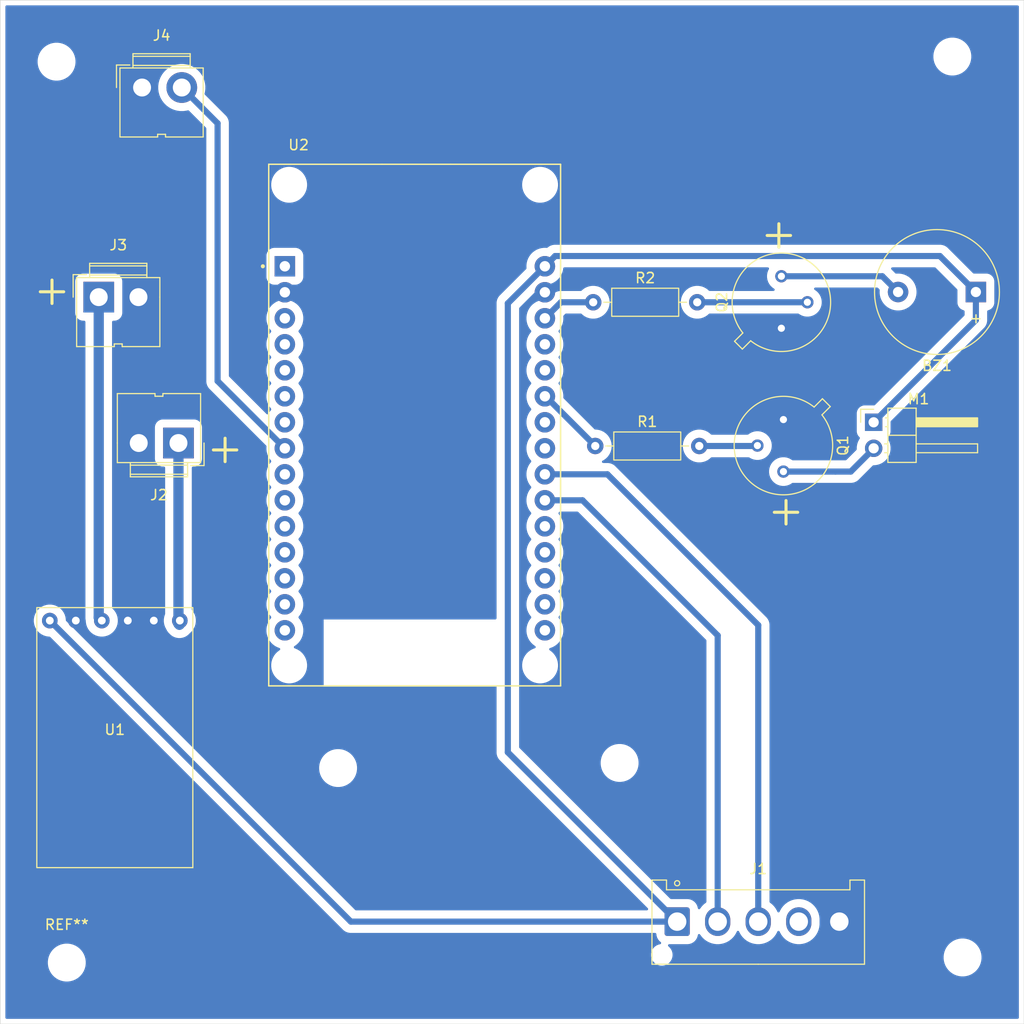
<source format=kicad_pcb>
(kicad_pcb (version 20241229) (generator "pcbnew") (generator_version "9.0")
  (layers (0 "F.Cu" signal) (2 "B.Cu" signal) (13 "F.Paste" user) (15 "B.Paste" user) (5 "F.SilkS" user "F.Silkscreen") (7 "B.SilkS" user "B.Silkscreen") (1 "F.Mask" user) (3 "B.Mask" user) (25 "Edge.Cuts" user))
  (net 0 "")
  (net 1 "+BATT")
  (net 2 "GND")
  (net 3 "/trig")
  (net 4 "/echo")
  (net 5 "+5V")
  (net 7 "VDC")
  (net 8 "/pul")
  (net 9 "Net-(Q1-B)")
  (net 10 "Net-(Q2-B)")
  (net 11 "/motor")
  (net 12 "/buzer")
  (net 34 "Net-(BZ1--)")
  (net 35 "Net-(M1--)")
  (footprint "Connector:JWT_A3963_1x02_P3.96mm_Vertical" (layer "F.Cu") (at 76.62 49.5)
    (property "Reference" "J3" (at 1.91 -5.08 0) (layer "F.SilkS"))
    (property "Value" "Salida")
    (fp_line (start -2.5 -2.2) (end -2.5 0) (stroke (width 0.12)) (layer "F.SilkS"))
    (fp_line (start -2.16 -1.91) (end -2.16 0) (stroke (width 0.12)) (layer "F.SilkS"))
    (fp_line (start -2.16 -1.91) (end 5.97 -1.91) (stroke (width 0.12)) (layer "F.SilkS"))
    (fp_line (start -2.16 0) (end -2.16 4.83) (stroke (width 0.12)) (layer "F.SilkS"))
    (fp_line (start -1.2 -2.2) (end -2.5 -2.2) (stroke (width 0.12)) (layer "F.SilkS"))
    (fp_line (start -0.89 -3.3) (end 4.7 -3.3) (stroke (width 0.12)) (layer "F.SilkS"))
    (fp_line (start -0.89 -3.05) (end 4.7 -3.05) (stroke (width 0.12)) (layer "F.SilkS"))
    (fp_line (start -0.89 -2.16) (end 4.7 -2.16) (stroke (width 0.12)) (layer "F.SilkS"))
    (fp_line (start -0.89 -1.91) (end -0.89 -3.3) (stroke (width 0.12)) (layer "F.SilkS"))
    (fp_line (start 1.52 4.57) (end 2.29 4.57) (stroke (width 0.12)) (layer "F.SilkS"))
    (fp_line (start 1.52 4.83) (end -2.16 4.83) (stroke (width 0.12)) (layer "F.SilkS"))
    (fp_line (start 1.52 4.83) (end 1.52 4.57) (stroke (width 0.12)) (layer "F.SilkS"))
    (fp_line (start 2.29 4.57) (end 2.29 4.83) (stroke (width 0.12)) (layer "F.SilkS"))
    (fp_line (start 2.29 4.83) (end 5.97 4.83) (stroke (width 0.12)) (layer "F.SilkS"))
    (fp_line (start 4.7 -1.91) (end 4.7 -3.3) (stroke (width 0.12)) (layer "F.SilkS"))
    (fp_line (start 5.97 -1.91) (end 5.97 0) (stroke (width 0.12)) (layer "F.SilkS"))
    (fp_line (start 5.97 4.83) (end 5.97 0) (stroke (width 0.12)) (layer "F.SilkS"))
    (pad "1" thru_hole rect (at 0 0) (size 3 3) (drill 1.75) (layers "*.Cu" "*.Mask") (net 1 "+BATT"))
    (pad "2" thru_hole circle (at 3.88 0) (size 3 3) (drill 1.75) (layers "*.Cu" "*.Mask") (net 2 "GND"))
  )
  (footprint "Connector:JWT_A3963_1x02_P3.96mm_Vertical" (layer "F.Cu") (at 84.4075 63.75 180)
    (property "Reference" "J2" (at 1.91 -5.08 0) (layer "F.SilkS"))
    (property "Value" "Entrada")
    (fp_line (start 5.97 4.83) (end 5.97 0) (stroke (width 0.12)) (layer "F.SilkS"))
    (fp_line (start 5.97 -1.91) (end 5.97 0) (stroke (width 0.12)) (layer "F.SilkS"))
    (fp_line (start 4.7 -1.91) (end 4.7 -3.3) (stroke (width 0.12)) (layer "F.SilkS"))
    (fp_line (start 2.29 4.83) (end 5.97 4.83) (stroke (width 0.12)) (layer "F.SilkS"))
    (fp_line (start 2.29 4.57) (end 2.29 4.83) (stroke (width 0.12)) (layer "F.SilkS"))
    (fp_line (start 1.52 4.83) (end 1.52 4.57) (stroke (width 0.12)) (layer "F.SilkS"))
    (fp_line (start 1.52 4.83) (end -2.16 4.83) (stroke (width 0.12)) (layer "F.SilkS"))
    (fp_line (start 1.52 4.57) (end 2.29 4.57) (stroke (width 0.12)) (layer "F.SilkS"))
    (fp_line (start -0.89 -1.91) (end -0.89 -3.3) (stroke (width 0.12)) (layer "F.SilkS"))
    (fp_line (start -0.89 -2.16) (end 4.7 -2.16) (stroke (width 0.12)) (layer "F.SilkS"))
    (fp_line (start -0.89 -3.05) (end 4.7 -3.05) (stroke (width 0.12)) (layer "F.SilkS"))
    (fp_line (start -0.89 -3.3) (end 4.7 -3.3) (stroke (width 0.12)) (layer "F.SilkS"))
    (fp_line (start -1.2 -2.2) (end -2.5 -2.2) (stroke (width 0.12)) (layer "F.SilkS"))
    (fp_line (start -2.16 0) (end -2.16 4.83) (stroke (width 0.12)) (layer "F.SilkS"))
    (fp_line (start -2.16 -1.91) (end 5.97 -1.91) (stroke (width 0.12)) (layer "F.SilkS"))
    (fp_line (start -2.16 -1.91) (end -2.16 0) (stroke (width 0.12)) (layer "F.SilkS"))
    (fp_line (start -2.5 -2.2) (end -2.5 0) (stroke (width 0.12)) (layer "F.SilkS"))
    (pad "1" thru_hole rect (at 0 0 180) (size 3 3) (drill 1.75) (layers "*.Cu" "*.Mask") (net 7 "VDC"))
    (pad "2" thru_hole circle (at 3.88 0 180) (size 3 3) (drill 1.75) (layers "*.Cu" "*.Mask") (net 2 "GND"))
  )
  (footprint "esp32-DevkitV1:MODULE_ESP32_DEVKIT_V1" (layer "F.Cu") (at 107.5 62)
    (property "Reference" "U2" (at -11.355 -27.36 0) (layer "F.SilkS"))
    (property "Value" "ESP32-DEVKIT-V1")
    (fp_line (start -14.28 -25.475) (end -3.211 -25.475) (stroke (width 0.127)) (layer "F.SilkS"))
    (fp_line (start -14.28 -25.475) (end 14.23 -25.475) (stroke (width 0.127)) (layer "F.SilkS"))
    (fp_line (start -14.28 25.475) (end -14.28 -25.475) (stroke (width 0.127)) (layer "F.SilkS"))
    (fp_line (start -14.28 25.475) (end -14.28 -25.475) (stroke (width 0.127)) (layer "F.SilkS"))
    (fp_line (start -14.28 25.475) (end -8.91 25.475) (stroke (width 0.127)) (layer "F.SilkS"))
    (fp_line (start -8.91 25.475) (end 8.78 25.475) (stroke (width 0.127)) (layer "F.SilkS"))
    (fp_line (start -3.211 -25.475) (end 3.5 -25.475) (stroke (width 0.127)) (layer "F.SilkS"))
    (fp_line (start 3.5 -25.475) (end 14.23 -25.475) (stroke (width 0.127)) (layer "F.SilkS"))
    (fp_line (start 8.78 25.475) (end 14.23 25.475) (stroke (width 0.127)) (layer "F.SilkS"))
    (fp_line (start 14.23 -25.475) (end 14.23 25.475) (stroke (width 0.127)) (layer "F.SilkS"))
    (fp_line (start 14.23 -25.475) (end 14.23 25.475) (stroke (width 0.127)) (layer "F.SilkS"))
    (fp_line (start 14.23 25.475) (end -14.28 25.475) (stroke (width 0.127)) (layer "F.SilkS"))
    (fp_circle (center -14.85 -15.515) (end -14.75 -15.515) (stroke (width 0.2)) (fill no) (layer "F.SilkS"))
    (pad "" np_thru_hole circle (at -12.28 -23.475) (size 3 3) (drill 3) (layers "*.Cu" "*.Mask"))
    (pad "" np_thru_hole circle (at -12.28 23.475) (size 3 3) (drill 3) (layers "*.Cu" "*.Mask"))
    (pad "" np_thru_hole circle (at 12.23 -23.475) (size 3 3) (drill 3) (layers "*.Cu" "*.Mask"))
    (pad "" np_thru_hole circle (at 12.23 23.475) (size 3 3) (drill 3) (layers "*.Cu" "*.Mask"))
    (pad "1" thru_hole rect (at -12.7 -15.515) (size 2 2) (drill 1.02) (layers "*.Cu" "*.Mask"))
    (pad "2" thru_hole circle (at -12.7 -12.975) (size 2 2) (drill 1.02) (layers "*.Cu" "*.Mask") (net 2 "GND"))
    (pad "3" thru_hole circle (at -12.7 -10.435) (size 2 2) (drill 1.02) (layers "*.Cu" "*.Mask"))
    (pad "4" thru_hole circle (at -12.7 -7.895) (size 2 2) (drill 1.02) (layers "*.Cu" "*.Mask"))
    (pad "5" thru_hole circle (at -12.7 -5.355) (size 2 2) (drill 1.02) (layers "*.Cu" "*.Mask"))
    (pad "6" thru_hole circle (at -12.7 -2.815) (size 2 2) (drill 1.02) (layers "*.Cu" "*.Mask"))
    (pad "7" thru_hole circle (at -12.7 -0.275) (size 2 2) (drill 1.02) (layers "*.Cu" "*.Mask"))
    (pad "8" thru_hole circle (at -12.7 2.265) (size 2 2) (drill 1.02) (layers "*.Cu" "*.Mask") (net 8 "/pul"))
    (pad "9" thru_hole circle (at -12.7 4.805) (size 2 2) (drill 1.02) (layers "*.Cu" "*.Mask"))
    (pad "10" thru_hole circle (at -12.7 7.345) (size 2 2) (drill 1.02) (layers "*.Cu" "*.Mask"))
    (pad "11" thru_hole circle (at -12.7 9.885) (size 2 2) (drill 1.02) (layers "*.Cu" "*.Mask"))
    (pad "12" thru_hole circle (at -12.7 12.425) (size 2 2) (drill 1.02) (layers "*.Cu" "*.Mask"))
    (pad "13" thru_hole circle (at -12.7 14.965) (size 2 2) (drill 1.02) (layers "*.Cu" "*.Mask"))
    (pad "14" thru_hole circle (at -12.7 17.505) (size 2 2) (drill 1.02) (layers "*.Cu" "*.Mask"))
    (pad "15" thru_hole circle (at -12.7 20.045) (size 2 2) (drill 1.02) (layers "*.Cu" "*.Mask"))
    (pad "16" thru_hole circle (at 12.7 20.045) (size 2 2) (drill 1.02) (layers "*.Cu" "*.Mask"))
    (pad "17" thru_hole circle (at 12.7 17.505) (size 2 2) (drill 1.02) (layers "*.Cu" "*.Mask"))
    (pad "18" thru_hole circle (at 12.7 14.965) (size 2 2) (drill 1.02) (layers "*.Cu" "*.Mask"))
    (pad "19" thru_hole circle (at 12.7 12.425) (size 2 2) (drill 1.02) (layers "*.Cu" "*.Mask"))
    (pad "20" thru_hole circle (at 12.7 9.885) (size 2 2) (drill 1.02) (layers "*.Cu" "*.Mask"))
    (pad "21" thru_hole circle (at 12.7 7.345) (size 2 2) (drill 1.02) (layers "*.Cu" "*.Mask") (net 3 "/trig"))
    (pad "22" thru_hole circle (at 12.7 4.805) (size 2 2) (drill 1.02) (layers "*.Cu" "*.Mask") (net 4 "/echo"))
    (pad "23" thru_hole circle (at 12.7 2.265) (size 2 2) (drill 1.02) (layers "*.Cu" "*.Mask"))
    (pad "24" thru_hole circle (at 12.7 -0.275) (size 2 2) (drill 1.02) (layers "*.Cu" "*.Mask"))
    (pad "25" thru_hole circle (at 12.7 -2.815) (size 2 2) (drill 1.02) (layers "*.Cu" "*.Mask") (net 11 "/motor"))
    (pad "26" thru_hole circle (at 12.7 -5.355) (size 2 2) (drill 1.02) (layers "*.Cu" "*.Mask"))
    (pad "27" thru_hole circle (at 12.7 -7.895) (size 2 2) (drill 1.02) (layers "*.Cu" "*.Mask"))
    (pad "28" thru_hole circle (at 12.7 -10.435) (size 2 2) (drill 1.02) (layers "*.Cu" "*.Mask") (net 12 "/buzer"))
    (pad "29" thru_hole circle (at 12.7 -12.975) (size 2 2) (drill 1.02) (layers "*.Cu" "*.Mask") (net 2 "GND"))
    (pad "30" thru_hole circle (at 12.7 -15.515) (size 2 2) (drill 1.02) (layers "*.Cu" "*.Mask") (net 5 "+5V"))
    (zone (net 0) (net_name "") (layer "B.Cu") (connect_pads (clearance 0)) (min_thickness 0.01)
      (keepout (tracks not_allowed) (vias not_allowed) (pads not_allowed) (copperpour not_allowed) (footprints allowed))
      (fill (thermal_gap 0.508) (thermal_bridge_width 0.508))
      (polygon (pts (xy 98.59 80.985) (xy 116.28 80.985) (xy 116.28 87.475) (xy 98.59 87.475)))
    )
  )
  (footprint "Resistor_THT:R_Axial_DIN0207_L6.3mm_D2.5mm_P10.16mm_Horizontal" (layer "F.Cu") (at 125.12 64.04)
    (property "Reference" "R1" (at 5.08 -2.37 0) (layer "F.SilkS"))
    (property "Value" "1K")
    (fp_line (start 1.04 0) (end 1.81 0) (stroke (width 0.12)) (layer "F.SilkS"))
    (fp_line (start 9.12 0) (end 8.35 0) (stroke (width 0.12)) (layer "F.SilkS"))
    (fp_rect (start 1.81 -1.37) (end 8.35 1.37) (stroke (width 0.12)) (fill no) (layer "F.SilkS"))
    (pad "1" thru_hole circle (at 0 0) (size 1.6 1.6) (drill 0.8) (layers "*.Cu" "*.Mask") (net 11 "/motor"))
    (pad "2" thru_hole circle (at 10.16 0) (size 1.6 1.6) (drill 0.8) (layers "*.Cu" "*.Mask") (net 9 "Net-(Q1-B)"))
  )
  (footprint "" (layer "F.Cu") (at 72.5 26.5)
    (property "Reference" "" (at 0 0 0) (layer "F.SilkS") (effects (font (size 1.27 1.27))))
    (property "Value" "")
    (pad "" np_thru_hole circle (at 0 0) (size 3.2 3.2) (drill 3.2) (layers "*.Cu" "*.Mask"))
  )
  (footprint "Resistor_THT:R_Axial_DIN0207_L6.3mm_D2.5mm_P10.16mm_Horizontal" (layer "F.Cu") (at 124.92 50)
    (property "Reference" "R2" (at 5.08 -2.37 0) (layer "F.SilkS"))
    (property "Value" "1K")
    (fp_line (start 1.04 0) (end 1.81 0) (stroke (width 0.12)) (layer "F.SilkS"))
    (fp_line (start 9.12 0) (end 8.35 0) (stroke (width 0.12)) (layer "F.SilkS"))
    (fp_rect (start 1.81 -1.37) (end 8.35 1.37) (stroke (width 0.12)) (fill no) (layer "F.SilkS"))
    (pad "1" thru_hole circle (at 0 0) (size 1.6 1.6) (drill 0.8) (layers "*.Cu" "*.Mask") (net 12 "/buzer"))
    (pad "2" thru_hole circle (at 10.16 0) (size 1.6 1.6) (drill 0.8) (layers "*.Cu" "*.Mask") (net 10 "Net-(Q2-B)"))
  )
  (footprint "Connector_Hirose:Hirose_DF63-5P-3.96DSA_1x05_P3.96mm_Vertical" (layer "F.Cu") (at 133.12 110.5)
    (property "Reference" "J1" (at 7.92 -5.15 0) (layer "F.SilkS"))
    (property "Value" "Ultrasonido")
    (fp_line (start -2.46 -4.06) (end -1.04 -4.06) (stroke (width 0.12)) (layer "F.SilkS"))
    (fp_line (start -2.46 4.16) (end -2.46 -4.06) (stroke (width 0.12)) (layer "F.SilkS"))
    (fp_line (start -1.04 -4.06) (end -1.04 -3.11) (stroke (width 0.12)) (layer "F.SilkS"))
    (fp_line (start -1.04 -3.11) (end 7.92 -3.11) (stroke (width 0.12)) (layer "F.SilkS"))
    (fp_line (start 7.92 4.16) (end -2.46 4.16) (stroke (width 0.12)) (layer "F.SilkS"))
    (fp_line (start 7.92 4.16) (end 18.3 4.16) (stroke (width 0.12)) (layer "F.SilkS"))
    (fp_line (start 16.88 -4.06) (end 16.88 -3.11) (stroke (width 0.12)) (layer "F.SilkS"))
    (fp_line (start 16.88 -3.11) (end 7.92 -3.11) (stroke (width 0.12)) (layer "F.SilkS"))
    (fp_line (start 18.3 -4.06) (end 16.88 -4.06) (stroke (width 0.12)) (layer "F.SilkS"))
    (fp_line (start 18.3 4.16) (end 18.3 -4.06) (stroke (width 0.12)) (layer "F.SilkS"))
    (fp_circle (center 0 -3.75) (end 0.25 -3.75) (stroke (width 0.12)) (fill no) (layer "F.SilkS"))
    (pad "" np_thru_hole circle (at -1.5 3.25) (size 1.6 1.6) (drill 1.6) (layers "*.Cu" "*.Mask"))
    (pad "1" thru_hole roundrect (at 0 0) (size 2.46 2.8) (drill 1.8) (layers "*.Cu" "*.Mask") (roundrect_rratio 0.101626) (net 5 "+5V"))
    (pad "2" thru_hole oval (at 3.96 0) (size 2.46 2.8) (drill 1.8) (layers "*.Cu" "*.Mask") (net 3 "/trig"))
    (pad "3" thru_hole oval (at 7.92 0) (size 2.46 2.8) (drill 1.8) (layers "*.Cu" "*.Mask") (net 4 "/echo"))
    (pad "4" thru_hole oval (at 11.88 0) (size 2.46 2.8) (drill 1.8) (layers "*.Cu" "*.Mask"))
    (pad "5" thru_hole oval (at 15.84 0) (size 2.46 2.8) (drill 1.8) (layers "*.Cu" "*.Mask") (net 2 "GND"))
  )
  (footprint "" (layer "F.Cu") (at 161 114)
    (property "Reference" "" (at 0 0 0) (layer "F.SilkS") (effects (font (size 1.27 1.27))))
    (property "Value" "")
    (pad "" np_thru_hole circle (at 0 0) (size 3.2 3.2) (drill 3.2) (layers "*.Cu" "*.Mask"))
  )
  (footprint "Buzzer_Beeper:Buzzer_12x9.5RM7.6" (layer "F.Cu") (at 162.3 49 180)
    (property "Reference" "BZ1" (at 3.8 -7.2 0) (layer "F.SilkS"))
    (property "Value" "Buzzer")
    (fp_circle (center 3.8 0) (end 9.9 0) (stroke (width 0.12)) (fill no) (layer "F.SilkS"))
    (fp_text user "+" (at -0.01 -2.54 0) (layer "F.SilkS"))
    (pad "1" thru_hole rect (at 0 0 180) (size 2 2) (drill 1) (layers "*.Cu" "*.Mask") (net 5 "+5V"))
    (pad "2" thru_hole circle (at 7.6 0 180) (size 2 2) (drill 1) (layers "*.Cu" "*.Mask") (net 34 "Net-(BZ1--)"))
  )
  (footprint "" (layer "F.Cu") (at 127.5 95)
    (property "Reference" "" (at 0 0 0) (layer "F.SilkS") (effects (font (size 1.27 1.27))))
    (property "Value" "")
    (pad "" np_thru_hole circle (at 0 0) (size 3.2 3.2) (drill 3.2) (layers "*.Cu" "*.Mask"))
  )
  (footprint "" (layer "F.Cu") (at 100 95.5)
    (property "Reference" "" (at 0 0 0) (layer "F.SilkS") (effects (font (size 1.27 1.27))))
    (property "Value" "")
    (pad "" np_thru_hole circle (at 0 0) (size 3.2 3.2) (drill 3.2) (layers "*.Cu" "*.Mask"))
  )
  (footprint "Package_TO_SOT_THT:TO-39-3" (layer "F.Cu") (at 143.3 52.54 90)
    (property "Reference" "Q2" (at 2.54 -5.81 90) (layer "F.SilkS"))
    (property "Value" "2N2219")
    (fp_line (start -1.271018 -4.574693) (end -2.034693 -3.811018) (stroke (width 0.12)) (layer "F.SilkS"))
    (fp_line (start -2.034693 -3.811018) (end -1.22152 -2.997844) (stroke (width 0.12)) (layer "F.SilkS"))
    (fp_line (start -0.457844 -3.76152) (end -1.271018 -4.574693) (stroke (width 0.12)) (layer "F.SilkS"))
    (fp_arc (start -0.457844 -3.76152) (mid 5.941184 3.401184) (end -1.22152 -2.997844) (stroke (width 0.12)) (layer "F.SilkS"))
    (pad "1" thru_hole oval (at 0 0 90) (size 1.6 1.2) (drill 0.7) (layers "*.Cu" "*.Mask") (net 2 "GND"))
    (pad "2" thru_hole circle (at 2.54 2.54 90) (size 1.2 1.2) (drill 0.7) (layers "*.Cu" "*.Mask") (net 10 "Net-(Q2-B)"))
    (pad "3" thru_hole circle (at 5.08 0 90) (size 1.2 1.2) (drill 0.7) (layers "*.Cu" "*.Mask") (net 34 "Net-(BZ1--)"))
  )
  (footprint "MountingHole:MountingHole_3.2mm_M3_ISO14580" (layer "F.Cu") (at 73.5 114.5)
    (property "Reference" "REF**" (at 0 -3.7 0) (layer "F.SilkS"))
    (property "Value" "MountingHole_3.2mm_M3_ISO14580")
    (pad "" np_thru_hole circle (at 0 0) (size 3.2 3.2) (drill 3.2) (layers "*.Cu" "*.Mask"))
  )
  (footprint "" (layer "F.Cu") (at 160 26)
    (property "Reference" "" (at 0 0 0) (layer "F.SilkS") (effects (font (size 1.27 1.27))))
    (property "Value" "")
    (pad "" np_thru_hole circle (at 0 0) (size 3.2 3.2) (drill 3.2) (layers "*.Cu" "*.Mask"))
  )
  (footprint "Connector:JWT_A3963_1x02_P3.96mm_Vertical" (layer "F.Cu") (at 80.8525 29.025)
    (property "Reference" "J4" (at 1.91 -5.08 0) (layer "F.SilkS"))
    (property "Value" "Pulsador")
    (fp_line (start -2.5 -2.2) (end -2.5 0) (stroke (width 0.12)) (layer "F.SilkS"))
    (fp_line (start -2.16 -1.91) (end -2.16 0) (stroke (width 0.12)) (layer "F.SilkS"))
    (fp_line (start -2.16 -1.91) (end 5.97 -1.91) (stroke (width 0.12)) (layer "F.SilkS"))
    (fp_line (start -2.16 0) (end -2.16 4.83) (stroke (width 0.12)) (layer "F.SilkS"))
    (fp_line (start -1.2 -2.2) (end -2.5 -2.2) (stroke (width 0.12)) (layer "F.SilkS"))
    (fp_line (start -0.89 -3.3) (end 4.7 -3.3) (stroke (width 0.12)) (layer "F.SilkS"))
    (fp_line (start -0.89 -3.05) (end 4.7 -3.05) (stroke (width 0.12)) (layer "F.SilkS"))
    (fp_line (start -0.89 -2.16) (end 4.7 -2.16) (stroke (width 0.12)) (layer "F.SilkS"))
    (fp_line (start -0.89 -1.91) (end -0.89 -3.3) (stroke (width 0.12)) (layer "F.SilkS"))
    (fp_line (start 1.52 4.57) (end 2.29 4.57) (stroke (width 0.12)) (layer "F.SilkS"))
    (fp_line (start 1.52 4.83) (end -2.16 4.83) (stroke (width 0.12)) (layer "F.SilkS"))
    (fp_line (start 1.52 4.83) (end 1.52 4.57) (stroke (width 0.12)) (layer "F.SilkS"))
    (fp_line (start 2.29 4.57) (end 2.29 4.83) (stroke (width 0.12)) (layer "F.SilkS"))
    (fp_line (start 2.29 4.83) (end 5.97 4.83) (stroke (width 0.12)) (layer "F.SilkS"))
    (fp_line (start 4.7 -1.91) (end 4.7 -3.3) (stroke (width 0.12)) (layer "F.SilkS"))
    (fp_line (start 5.97 -1.91) (end 5.97 0) (stroke (width 0.12)) (layer "F.SilkS"))
    (fp_line (start 5.97 4.83) (end 5.97 0) (stroke (width 0.12)) (layer "F.SilkS"))
    (pad "1" thru_hole rect (at 0 0) (size 3 3) (drill 1.75) (layers "*.Cu" "*.Mask") (net 2 "GND"))
    (pad "2" thru_hole circle (at 3.88 0) (size 3 3) (drill 1.75) (layers "*.Cu" "*.Mask") (net 8 "/pul"))
  )
  (footprint "Package_TO_SOT_THT:TO-39-3" (layer "F.Cu") (at 143.5 61.46 -90)
    (property "Reference" "Q1" (at 2.54 -5.81 90) (layer "F.SilkS"))
    (property "Value" "2N2219")
    (fp_line (start -0.457844 -3.76152) (end -1.271018 -4.574693) (stroke (width 0.12)) (layer "F.SilkS"))
    (fp_line (start -2.034693 -3.811018) (end -1.22152 -2.997844) (stroke (width 0.12)) (layer "F.SilkS"))
    (fp_line (start -1.271018 -4.574693) (end -2.034693 -3.811018) (stroke (width 0.12)) (layer "F.SilkS"))
    (fp_arc (start -0.457844 -3.76152) (mid 5.941184 3.401184) (end -1.22152 -2.997844) (stroke (width 0.12)) (layer "F.SilkS"))
    (pad "1" thru_hole oval (at 0 0 270) (size 1.6 1.2) (drill 0.7) (layers "*.Cu" "*.Mask") (net 2 "GND"))
    (pad "2" thru_hole circle (at 2.54 2.54 270) (size 1.2 1.2) (drill 0.7) (layers "*.Cu" "*.Mask") (net 9 "Net-(Q1-B)"))
    (pad "3" thru_hole circle (at 5.08 0 270) (size 1.2 1.2) (drill 0.7) (layers "*.Cu" "*.Mask") (net 35 "Net-(M1--)"))
  )
  (footprint "Connector_PinHeader_2.54mm:PinHeader_1x02_P2.54mm_Horizontal" (layer "F.Cu") (at 152.315 61.725)
    (property "Reference" "M1" (at 4.385 -2.27 0) (layer "F.SilkS"))
    (property "Value" "Motor_DC")
    (fp_line (start -1.27 -1.27) (end 0 -1.27) (stroke (width 0.12)) (layer "F.SilkS"))
    (fp_line (start -1.27 0) (end -1.27 -1.27) (stroke (width 0.12)) (layer "F.SilkS"))
    (fp_line (start 1.077358 2.11) (end 1.39 2.11) (stroke (width 0.12)) (layer "F.SilkS"))
    (fp_line (start 1.077358 2.97) (end 1.39 2.97) (stroke (width 0.12)) (layer "F.SilkS"))
    (fp_line (start 1.16 -0.43) (end 1.39 -0.43) (stroke (width 0.12)) (layer "F.SilkS"))
    (fp_line (start 1.16 0.43) (end 1.39 0.43) (stroke (width 0.12)) (layer "F.SilkS"))
    (fp_line (start 1.39 -1.38) (end 1.39 3.92) (stroke (width 0.12)) (layer "F.SilkS"))
    (fp_line (start 1.39 1.27) (end 4.15 1.27) (stroke (width 0.12)) (layer "F.SilkS"))
    (fp_line (start 1.39 3.92) (end 4.15 3.92) (stroke (width 0.12)) (layer "F.SilkS"))
    (fp_line (start 4.15 -1.38) (end 1.39 -1.38) (stroke (width 0.12)) (layer "F.SilkS"))
    (fp_line (start 4.15 2.11) (end 10.15 2.11) (stroke (width 0.12)) (layer "F.SilkS"))
    (fp_line (start 4.15 3.92) (end 4.15 -1.38) (stroke (width 0.12)) (layer "F.SilkS"))
    (fp_line (start 10.15 2.11) (end 10.15 2.97) (stroke (width 0.12)) (layer "F.SilkS"))
    (fp_line (start 10.15 2.97) (end 4.15 2.97) (stroke (width 0.12)) (layer "F.SilkS"))
    (fp_rect (start 4.15 -0.43) (end 10.15 0.43) (stroke (width 0.12)) (fill yes) (layer "F.SilkS"))
    (pad "1" thru_hole rect (at 0 0) (size 1.7 1.7) (drill 1) (layers "*.Cu" "*.Mask") (net 5 "+5V"))
    (pad "2" thru_hole circle (at 0 2.54) (size 1.7 1.7) (drill 1) (layers "*.Cu" "*.Mask") (net 35 "Net-(M1--)"))
  )
  (footprint "mh-ch42:mh-cd42" (layer "F.Cu") (at 78.19 92.525 180)
    (property "Reference" "U1" (at 0 0.77 0) (layer "F.SilkS"))
    (property "Value" "mh-cd42")
    (fp_rect (start -7.62 -12.7) (end 7.62 12.7) (stroke (width 0.12)) (fill no) (layer "F.SilkS"))
    (pad "1" thru_hole circle (at -6.35 11.43 180) (size 1.524 1.524) (drill 0.762) (layers "*.Cu" "*.Mask") (net 7 "VDC"))
    (pad "2" thru_hole circle (at -3.81 11.43 180) (size 1.524 1.524) (drill 0.762) (layers "*.Cu" "*.Mask") (net 2 "GND"))
    (pad "3" thru_hole circle (at -1.27 11.43 180) (size 1.524 1.524) (drill 0.762) (layers "*.Cu" "*.Mask") (net 2 "GND"))
    (pad "4" thru_hole circle (at 1.27 11.43 180) (size 1.524 1.524) (drill 0.762) (layers "*.Cu" "*.Mask") (net 1 "+BATT"))
    (pad "5" thru_hole circle (at 3.81 11.43 180) (size 1.524 1.524) (drill 0.762) (layers "*.Cu" "*.Mask") (net 2 "GND"))
    (pad "6" thru_hole circle (at 6.35 11.43 180) (size 1.524 1.524) (drill 0.762) (layers "*.Cu" "*.Mask") (net 5 "+5V"))
  )
  (gr_rect (start 67 20.5) (end 167 120.5) (stroke (width 0.05)) (fill no) (layer "Edge.Cuts"))
  (gr_text "+" (at 86.9075 65.95 0) (layer "F.SilkS") (effects (font (size 3 3) (thickness 0.3)) (justify left bottom)))
  (gr_text "+" (at 70 50.5 0) (layer "F.SilkS") (effects (font (size 3 3) (thickness 0.3)) (justify left bottom)))
  (gr_text "+" (at 141 45 0) (layer "F.SilkS") (effects (font (size 3 3) (thickness 0.3)) (justify left bottom)))
  (gr_text "+" (at 141.7 72.04 0) (layer "F.SilkS") (effects (font (size 3 3) (thickness 0.3)) (justify left bottom)))
  (segment (start 76.62 49.5) (end 76.62 80.795) (width 1) (layer "B.Cu") (net 1))
  (segment (start 76.62 80.795) (end 76.92 81.095) (width 1) (layer "B.Cu") (net 1))
  (segment (start 137.08 82.547165) (end 123.877835 69.345) (width 0.6) (layer "B.Cu") (net 3))
  (segment (start 137.08 110.5) (end 137.08 82.547165) (width 0.6) (layer "B.Cu") (net 3))
  (segment (start 123.877835 69.345) (end 120.2 69.345) (width 0.6) (layer "B.Cu") (net 3))
  (segment (start 141.04 81.54) (end 126.305 66.805) (width 0.6) (layer "B.Cu") (net 4))
  (segment (start 141.04 110.5) (end 141.04 81.54) (width 0.6) (layer "B.Cu") (net 4))
  (segment (start 126.305 66.805) (end 120.2 66.805) (width 0.6) (layer "B.Cu") (net 4))
  (segment (start 133.12 110.5) (end 116.581 93.961) (width 0.6) (layer "B.Cu") (net 5))
  (segment (start 162.3 49) (end 162.3 51.74) (width 0.6) (layer "B.Cu") (net 5))
  (segment (start 116.581 93.961) (end 116.581 50.104) (width 0.6) (layer "B.Cu") (net 5))
  (segment (start 158.785 45.485) (end 162.3 49) (width 0.6) (layer "B.Cu") (net 5))
  (segment (start 101.245 110.5) (end 71.84 81.095) (width 0.6) (layer "B.Cu") (net 5))
  (segment (start 116.581 50.104) (end 120.2 46.485) (width 0.6) (layer "B.Cu") (net 5))
  (segment (start 162.3 51.74) (end 152.315 61.725) (width 0.6) (layer "B.Cu") (net 5))
  (segment (start 133.12 110.5) (end 101.245 110.5) (width 0.6) (layer "B.Cu") (net 5))
  (segment (start 121.2 45.485) (end 158.785 45.485) (width 0.6) (layer "B.Cu") (net 5))
  (segment (start 120.2 46.485) (end 121.2 45.485) (width 0.6) (layer "B.Cu") (net 5))
  (segment (start 84.54 81.46) (end 84.5 81.5) (width 1) (layer "B.Cu") (net 7))
  (segment (start 84.5 81.5) (end 84.4075 81.4075) (width 1) (layer "B.Cu") (net 7))
  (segment (start 84.54 81.095) (end 84.54 81.46) (width 1) (layer "B.Cu") (net 7))
  (segment (start 84.4075 81.4075) (end 84.4075 63.75) (width 1) (layer "B.Cu") (net 7))
  (segment (start 94.8 64.265) (end 88.23 57.695) (width 0.6) (layer "B.Cu") (net 8))
  (segment (start 88.23 32.5225) (end 84.7325 29.025) (width 0.6) (layer "B.Cu") (net 8))
  (segment (start 88.23 57.695) (end 88.23 32.5225) (width 0.6) (layer "B.Cu") (net 8))
  (segment (start 140.92 64.04) (end 140.96 64) (width 0.6) (layer "B.Cu") (net 9))
  (segment (start 135.28 64.04) (end 140.92 64.04) (width 0.6) (layer "B.Cu") (net 9))
  (segment (start 135.08 50) (end 145.84 50) (width 0.6) (layer "B.Cu") (net 10))
  (segment (start 145.79 50.05) (end 145.84 50) (width 0.6) (layer "B.Cu") (net 10))
  (segment (start 125.12 64.04) (end 120.265 59.185) (width 0.6) (layer "B.Cu") (net 11))
  (segment (start 120.265 59.185) (end 120.2 59.185) (width 0.6) (layer "B.Cu") (net 11))
  (segment (start 121.765 50) (end 120.2 51.565) (width 0.6) (layer "B.Cu") (net 12))
  (segment (start 124.92 50) (end 121.765 50) (width 0.6) (layer "B.Cu") (net 12))
  (segment (start 153.16 47.46) (end 154.7 49) (width 0.6) (layer "B.Cu") (net 34))
  (segment (start 143.3 47.46) (end 153.16 47.46) (width 0.6) (layer "B.Cu") (net 34))
  (segment (start 143.5 66.54) (end 148.58 66.54) (width 0.6) (layer "B.Cu") (net 35))
  (segment (start 150.08 66.54) (end 152.315 64.305) (width 0.6) (layer "B.Cu") (net 35))
  (segment (start 148.58 66.54) (end 150.08 66.54) (width 0.6) (layer "B.Cu") (net 35))
  (zone (net 2) (net_name "GND") (layer "B.Cu") (connect_pads yes (clearance 0.8)) (min_thickness 0.25) (fill yes (thermal_gap 0.5) (thermal_bridge_width 0.5))
    (polygon (pts (xy 67 20.5) (xy 67 120.5) (xy 167 120.5) (xy 167 20.5)))
  )
)
</source>
